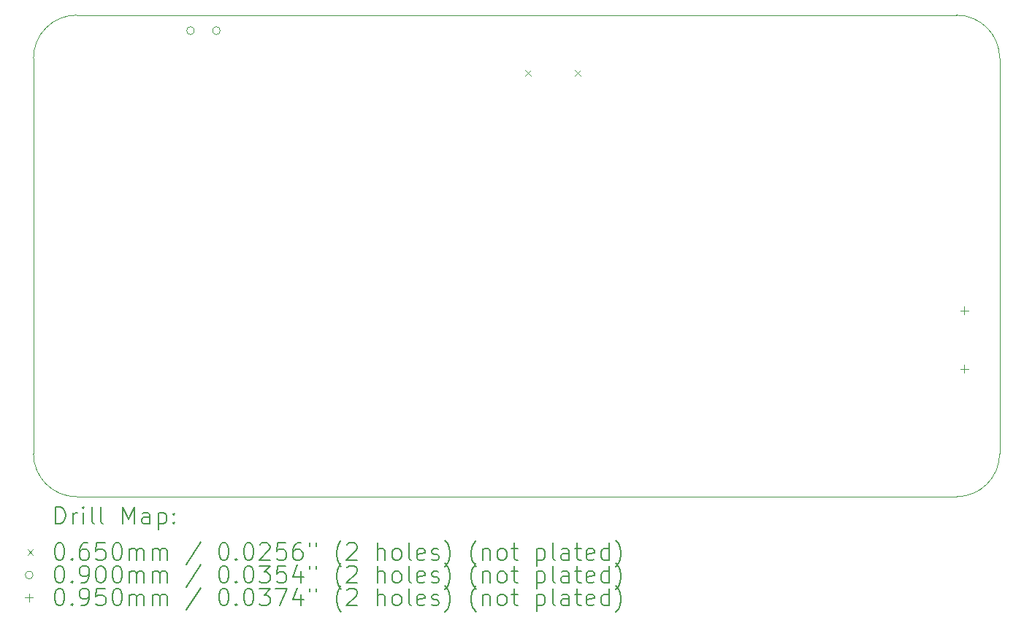
<source format=gbr>
%TF.GenerationSoftware,KiCad,Pcbnew,8.0.0*%
%TF.CreationDate,2024-03-25T15:19:07-04:00*%
%TF.ProjectId,ecg_board,6563675f-626f-4617-9264-2e6b69636164,rev?*%
%TF.SameCoordinates,Original*%
%TF.FileFunction,Drillmap*%
%TF.FilePolarity,Positive*%
%FSLAX45Y45*%
G04 Gerber Fmt 4.5, Leading zero omitted, Abs format (unit mm)*
G04 Created by KiCad (PCBNEW 8.0.0) date 2024-03-25 15:19:07*
%MOMM*%
%LPD*%
G01*
G04 APERTURE LIST*
%ADD10C,0.100000*%
%ADD11C,0.200000*%
G04 APERTURE END LIST*
D10*
X9470000Y-11460000D02*
G75*
G02*
X8970000Y-10960000I0J500000D01*
G01*
X9470000Y-5870000D02*
X19670000Y-5870000D01*
X20170000Y-6370000D02*
X20170000Y-10960000D01*
X19670000Y-5870000D02*
G75*
G02*
X20170000Y-6370000I0J-500000D01*
G01*
X8970000Y-6370000D02*
G75*
G02*
X9470000Y-5870000I500000J0D01*
G01*
X8970000Y-10960000D02*
X8970000Y-6370000D01*
X19670000Y-11460000D02*
X9470000Y-11460000D01*
X20170000Y-10960000D02*
G75*
G02*
X19670000Y-11460000I-500000J0D01*
G01*
D11*
D10*
X14671000Y-6510000D02*
X14736000Y-6575000D01*
X14736000Y-6510000D02*
X14671000Y-6575000D01*
X15249000Y-6510000D02*
X15314000Y-6575000D01*
X15314000Y-6510000D02*
X15249000Y-6575000D01*
X10835000Y-6050000D02*
G75*
G02*
X10745000Y-6050000I-45000J0D01*
G01*
X10745000Y-6050000D02*
G75*
G02*
X10835000Y-6050000I45000J0D01*
G01*
X11135000Y-6050000D02*
G75*
G02*
X11045000Y-6050000I-45000J0D01*
G01*
X11045000Y-6050000D02*
G75*
G02*
X11135000Y-6050000I45000J0D01*
G01*
X19761750Y-9250000D02*
X19761750Y-9345000D01*
X19714250Y-9297500D02*
X19809250Y-9297500D01*
X19761750Y-9930000D02*
X19761750Y-10025000D01*
X19714250Y-9977500D02*
X19809250Y-9977500D01*
D11*
X9225777Y-11776484D02*
X9225777Y-11576484D01*
X9225777Y-11576484D02*
X9273396Y-11576484D01*
X9273396Y-11576484D02*
X9301967Y-11586008D01*
X9301967Y-11586008D02*
X9321015Y-11605055D01*
X9321015Y-11605055D02*
X9330539Y-11624103D01*
X9330539Y-11624103D02*
X9340063Y-11662198D01*
X9340063Y-11662198D02*
X9340063Y-11690769D01*
X9340063Y-11690769D02*
X9330539Y-11728865D01*
X9330539Y-11728865D02*
X9321015Y-11747912D01*
X9321015Y-11747912D02*
X9301967Y-11766960D01*
X9301967Y-11766960D02*
X9273396Y-11776484D01*
X9273396Y-11776484D02*
X9225777Y-11776484D01*
X9425777Y-11776484D02*
X9425777Y-11643150D01*
X9425777Y-11681246D02*
X9435301Y-11662198D01*
X9435301Y-11662198D02*
X9444824Y-11652674D01*
X9444824Y-11652674D02*
X9463872Y-11643150D01*
X9463872Y-11643150D02*
X9482920Y-11643150D01*
X9549586Y-11776484D02*
X9549586Y-11643150D01*
X9549586Y-11576484D02*
X9540063Y-11586008D01*
X9540063Y-11586008D02*
X9549586Y-11595531D01*
X9549586Y-11595531D02*
X9559110Y-11586008D01*
X9559110Y-11586008D02*
X9549586Y-11576484D01*
X9549586Y-11576484D02*
X9549586Y-11595531D01*
X9673396Y-11776484D02*
X9654348Y-11766960D01*
X9654348Y-11766960D02*
X9644824Y-11747912D01*
X9644824Y-11747912D02*
X9644824Y-11576484D01*
X9778158Y-11776484D02*
X9759110Y-11766960D01*
X9759110Y-11766960D02*
X9749586Y-11747912D01*
X9749586Y-11747912D02*
X9749586Y-11576484D01*
X10006729Y-11776484D02*
X10006729Y-11576484D01*
X10006729Y-11576484D02*
X10073396Y-11719341D01*
X10073396Y-11719341D02*
X10140063Y-11576484D01*
X10140063Y-11576484D02*
X10140063Y-11776484D01*
X10321015Y-11776484D02*
X10321015Y-11671722D01*
X10321015Y-11671722D02*
X10311491Y-11652674D01*
X10311491Y-11652674D02*
X10292444Y-11643150D01*
X10292444Y-11643150D02*
X10254348Y-11643150D01*
X10254348Y-11643150D02*
X10235301Y-11652674D01*
X10321015Y-11766960D02*
X10301967Y-11776484D01*
X10301967Y-11776484D02*
X10254348Y-11776484D01*
X10254348Y-11776484D02*
X10235301Y-11766960D01*
X10235301Y-11766960D02*
X10225777Y-11747912D01*
X10225777Y-11747912D02*
X10225777Y-11728865D01*
X10225777Y-11728865D02*
X10235301Y-11709817D01*
X10235301Y-11709817D02*
X10254348Y-11700293D01*
X10254348Y-11700293D02*
X10301967Y-11700293D01*
X10301967Y-11700293D02*
X10321015Y-11690769D01*
X10416253Y-11643150D02*
X10416253Y-11843150D01*
X10416253Y-11652674D02*
X10435301Y-11643150D01*
X10435301Y-11643150D02*
X10473396Y-11643150D01*
X10473396Y-11643150D02*
X10492444Y-11652674D01*
X10492444Y-11652674D02*
X10501967Y-11662198D01*
X10501967Y-11662198D02*
X10511491Y-11681246D01*
X10511491Y-11681246D02*
X10511491Y-11738388D01*
X10511491Y-11738388D02*
X10501967Y-11757436D01*
X10501967Y-11757436D02*
X10492444Y-11766960D01*
X10492444Y-11766960D02*
X10473396Y-11776484D01*
X10473396Y-11776484D02*
X10435301Y-11776484D01*
X10435301Y-11776484D02*
X10416253Y-11766960D01*
X10597205Y-11757436D02*
X10606729Y-11766960D01*
X10606729Y-11766960D02*
X10597205Y-11776484D01*
X10597205Y-11776484D02*
X10587682Y-11766960D01*
X10587682Y-11766960D02*
X10597205Y-11757436D01*
X10597205Y-11757436D02*
X10597205Y-11776484D01*
X10597205Y-11652674D02*
X10606729Y-11662198D01*
X10606729Y-11662198D02*
X10597205Y-11671722D01*
X10597205Y-11671722D02*
X10587682Y-11662198D01*
X10587682Y-11662198D02*
X10597205Y-11652674D01*
X10597205Y-11652674D02*
X10597205Y-11671722D01*
D10*
X8900000Y-12072500D02*
X8965000Y-12137500D01*
X8965000Y-12072500D02*
X8900000Y-12137500D01*
D11*
X9263872Y-11996484D02*
X9282920Y-11996484D01*
X9282920Y-11996484D02*
X9301967Y-12006008D01*
X9301967Y-12006008D02*
X9311491Y-12015531D01*
X9311491Y-12015531D02*
X9321015Y-12034579D01*
X9321015Y-12034579D02*
X9330539Y-12072674D01*
X9330539Y-12072674D02*
X9330539Y-12120293D01*
X9330539Y-12120293D02*
X9321015Y-12158388D01*
X9321015Y-12158388D02*
X9311491Y-12177436D01*
X9311491Y-12177436D02*
X9301967Y-12186960D01*
X9301967Y-12186960D02*
X9282920Y-12196484D01*
X9282920Y-12196484D02*
X9263872Y-12196484D01*
X9263872Y-12196484D02*
X9244824Y-12186960D01*
X9244824Y-12186960D02*
X9235301Y-12177436D01*
X9235301Y-12177436D02*
X9225777Y-12158388D01*
X9225777Y-12158388D02*
X9216253Y-12120293D01*
X9216253Y-12120293D02*
X9216253Y-12072674D01*
X9216253Y-12072674D02*
X9225777Y-12034579D01*
X9225777Y-12034579D02*
X9235301Y-12015531D01*
X9235301Y-12015531D02*
X9244824Y-12006008D01*
X9244824Y-12006008D02*
X9263872Y-11996484D01*
X9416253Y-12177436D02*
X9425777Y-12186960D01*
X9425777Y-12186960D02*
X9416253Y-12196484D01*
X9416253Y-12196484D02*
X9406729Y-12186960D01*
X9406729Y-12186960D02*
X9416253Y-12177436D01*
X9416253Y-12177436D02*
X9416253Y-12196484D01*
X9597205Y-11996484D02*
X9559110Y-11996484D01*
X9559110Y-11996484D02*
X9540063Y-12006008D01*
X9540063Y-12006008D02*
X9530539Y-12015531D01*
X9530539Y-12015531D02*
X9511491Y-12044103D01*
X9511491Y-12044103D02*
X9501967Y-12082198D01*
X9501967Y-12082198D02*
X9501967Y-12158388D01*
X9501967Y-12158388D02*
X9511491Y-12177436D01*
X9511491Y-12177436D02*
X9521015Y-12186960D01*
X9521015Y-12186960D02*
X9540063Y-12196484D01*
X9540063Y-12196484D02*
X9578158Y-12196484D01*
X9578158Y-12196484D02*
X9597205Y-12186960D01*
X9597205Y-12186960D02*
X9606729Y-12177436D01*
X9606729Y-12177436D02*
X9616253Y-12158388D01*
X9616253Y-12158388D02*
X9616253Y-12110769D01*
X9616253Y-12110769D02*
X9606729Y-12091722D01*
X9606729Y-12091722D02*
X9597205Y-12082198D01*
X9597205Y-12082198D02*
X9578158Y-12072674D01*
X9578158Y-12072674D02*
X9540063Y-12072674D01*
X9540063Y-12072674D02*
X9521015Y-12082198D01*
X9521015Y-12082198D02*
X9511491Y-12091722D01*
X9511491Y-12091722D02*
X9501967Y-12110769D01*
X9797205Y-11996484D02*
X9701967Y-11996484D01*
X9701967Y-11996484D02*
X9692444Y-12091722D01*
X9692444Y-12091722D02*
X9701967Y-12082198D01*
X9701967Y-12082198D02*
X9721015Y-12072674D01*
X9721015Y-12072674D02*
X9768634Y-12072674D01*
X9768634Y-12072674D02*
X9787682Y-12082198D01*
X9787682Y-12082198D02*
X9797205Y-12091722D01*
X9797205Y-12091722D02*
X9806729Y-12110769D01*
X9806729Y-12110769D02*
X9806729Y-12158388D01*
X9806729Y-12158388D02*
X9797205Y-12177436D01*
X9797205Y-12177436D02*
X9787682Y-12186960D01*
X9787682Y-12186960D02*
X9768634Y-12196484D01*
X9768634Y-12196484D02*
X9721015Y-12196484D01*
X9721015Y-12196484D02*
X9701967Y-12186960D01*
X9701967Y-12186960D02*
X9692444Y-12177436D01*
X9930539Y-11996484D02*
X9949586Y-11996484D01*
X9949586Y-11996484D02*
X9968634Y-12006008D01*
X9968634Y-12006008D02*
X9978158Y-12015531D01*
X9978158Y-12015531D02*
X9987682Y-12034579D01*
X9987682Y-12034579D02*
X9997205Y-12072674D01*
X9997205Y-12072674D02*
X9997205Y-12120293D01*
X9997205Y-12120293D02*
X9987682Y-12158388D01*
X9987682Y-12158388D02*
X9978158Y-12177436D01*
X9978158Y-12177436D02*
X9968634Y-12186960D01*
X9968634Y-12186960D02*
X9949586Y-12196484D01*
X9949586Y-12196484D02*
X9930539Y-12196484D01*
X9930539Y-12196484D02*
X9911491Y-12186960D01*
X9911491Y-12186960D02*
X9901967Y-12177436D01*
X9901967Y-12177436D02*
X9892444Y-12158388D01*
X9892444Y-12158388D02*
X9882920Y-12120293D01*
X9882920Y-12120293D02*
X9882920Y-12072674D01*
X9882920Y-12072674D02*
X9892444Y-12034579D01*
X9892444Y-12034579D02*
X9901967Y-12015531D01*
X9901967Y-12015531D02*
X9911491Y-12006008D01*
X9911491Y-12006008D02*
X9930539Y-11996484D01*
X10082920Y-12196484D02*
X10082920Y-12063150D01*
X10082920Y-12082198D02*
X10092444Y-12072674D01*
X10092444Y-12072674D02*
X10111491Y-12063150D01*
X10111491Y-12063150D02*
X10140063Y-12063150D01*
X10140063Y-12063150D02*
X10159110Y-12072674D01*
X10159110Y-12072674D02*
X10168634Y-12091722D01*
X10168634Y-12091722D02*
X10168634Y-12196484D01*
X10168634Y-12091722D02*
X10178158Y-12072674D01*
X10178158Y-12072674D02*
X10197205Y-12063150D01*
X10197205Y-12063150D02*
X10225777Y-12063150D01*
X10225777Y-12063150D02*
X10244825Y-12072674D01*
X10244825Y-12072674D02*
X10254348Y-12091722D01*
X10254348Y-12091722D02*
X10254348Y-12196484D01*
X10349586Y-12196484D02*
X10349586Y-12063150D01*
X10349586Y-12082198D02*
X10359110Y-12072674D01*
X10359110Y-12072674D02*
X10378158Y-12063150D01*
X10378158Y-12063150D02*
X10406729Y-12063150D01*
X10406729Y-12063150D02*
X10425777Y-12072674D01*
X10425777Y-12072674D02*
X10435301Y-12091722D01*
X10435301Y-12091722D02*
X10435301Y-12196484D01*
X10435301Y-12091722D02*
X10444825Y-12072674D01*
X10444825Y-12072674D02*
X10463872Y-12063150D01*
X10463872Y-12063150D02*
X10492444Y-12063150D01*
X10492444Y-12063150D02*
X10511491Y-12072674D01*
X10511491Y-12072674D02*
X10521015Y-12091722D01*
X10521015Y-12091722D02*
X10521015Y-12196484D01*
X10911491Y-11986960D02*
X10740063Y-12244103D01*
X11168634Y-11996484D02*
X11187682Y-11996484D01*
X11187682Y-11996484D02*
X11206729Y-12006008D01*
X11206729Y-12006008D02*
X11216253Y-12015531D01*
X11216253Y-12015531D02*
X11225777Y-12034579D01*
X11225777Y-12034579D02*
X11235301Y-12072674D01*
X11235301Y-12072674D02*
X11235301Y-12120293D01*
X11235301Y-12120293D02*
X11225777Y-12158388D01*
X11225777Y-12158388D02*
X11216253Y-12177436D01*
X11216253Y-12177436D02*
X11206729Y-12186960D01*
X11206729Y-12186960D02*
X11187682Y-12196484D01*
X11187682Y-12196484D02*
X11168634Y-12196484D01*
X11168634Y-12196484D02*
X11149587Y-12186960D01*
X11149587Y-12186960D02*
X11140063Y-12177436D01*
X11140063Y-12177436D02*
X11130539Y-12158388D01*
X11130539Y-12158388D02*
X11121015Y-12120293D01*
X11121015Y-12120293D02*
X11121015Y-12072674D01*
X11121015Y-12072674D02*
X11130539Y-12034579D01*
X11130539Y-12034579D02*
X11140063Y-12015531D01*
X11140063Y-12015531D02*
X11149587Y-12006008D01*
X11149587Y-12006008D02*
X11168634Y-11996484D01*
X11321015Y-12177436D02*
X11330539Y-12186960D01*
X11330539Y-12186960D02*
X11321015Y-12196484D01*
X11321015Y-12196484D02*
X11311491Y-12186960D01*
X11311491Y-12186960D02*
X11321015Y-12177436D01*
X11321015Y-12177436D02*
X11321015Y-12196484D01*
X11454348Y-11996484D02*
X11473396Y-11996484D01*
X11473396Y-11996484D02*
X11492444Y-12006008D01*
X11492444Y-12006008D02*
X11501967Y-12015531D01*
X11501967Y-12015531D02*
X11511491Y-12034579D01*
X11511491Y-12034579D02*
X11521015Y-12072674D01*
X11521015Y-12072674D02*
X11521015Y-12120293D01*
X11521015Y-12120293D02*
X11511491Y-12158388D01*
X11511491Y-12158388D02*
X11501967Y-12177436D01*
X11501967Y-12177436D02*
X11492444Y-12186960D01*
X11492444Y-12186960D02*
X11473396Y-12196484D01*
X11473396Y-12196484D02*
X11454348Y-12196484D01*
X11454348Y-12196484D02*
X11435301Y-12186960D01*
X11435301Y-12186960D02*
X11425777Y-12177436D01*
X11425777Y-12177436D02*
X11416253Y-12158388D01*
X11416253Y-12158388D02*
X11406729Y-12120293D01*
X11406729Y-12120293D02*
X11406729Y-12072674D01*
X11406729Y-12072674D02*
X11416253Y-12034579D01*
X11416253Y-12034579D02*
X11425777Y-12015531D01*
X11425777Y-12015531D02*
X11435301Y-12006008D01*
X11435301Y-12006008D02*
X11454348Y-11996484D01*
X11597206Y-12015531D02*
X11606729Y-12006008D01*
X11606729Y-12006008D02*
X11625777Y-11996484D01*
X11625777Y-11996484D02*
X11673396Y-11996484D01*
X11673396Y-11996484D02*
X11692444Y-12006008D01*
X11692444Y-12006008D02*
X11701967Y-12015531D01*
X11701967Y-12015531D02*
X11711491Y-12034579D01*
X11711491Y-12034579D02*
X11711491Y-12053627D01*
X11711491Y-12053627D02*
X11701967Y-12082198D01*
X11701967Y-12082198D02*
X11587682Y-12196484D01*
X11587682Y-12196484D02*
X11711491Y-12196484D01*
X11892444Y-11996484D02*
X11797206Y-11996484D01*
X11797206Y-11996484D02*
X11787682Y-12091722D01*
X11787682Y-12091722D02*
X11797206Y-12082198D01*
X11797206Y-12082198D02*
X11816253Y-12072674D01*
X11816253Y-12072674D02*
X11863872Y-12072674D01*
X11863872Y-12072674D02*
X11882920Y-12082198D01*
X11882920Y-12082198D02*
X11892444Y-12091722D01*
X11892444Y-12091722D02*
X11901967Y-12110769D01*
X11901967Y-12110769D02*
X11901967Y-12158388D01*
X11901967Y-12158388D02*
X11892444Y-12177436D01*
X11892444Y-12177436D02*
X11882920Y-12186960D01*
X11882920Y-12186960D02*
X11863872Y-12196484D01*
X11863872Y-12196484D02*
X11816253Y-12196484D01*
X11816253Y-12196484D02*
X11797206Y-12186960D01*
X11797206Y-12186960D02*
X11787682Y-12177436D01*
X12073396Y-11996484D02*
X12035301Y-11996484D01*
X12035301Y-11996484D02*
X12016253Y-12006008D01*
X12016253Y-12006008D02*
X12006729Y-12015531D01*
X12006729Y-12015531D02*
X11987682Y-12044103D01*
X11987682Y-12044103D02*
X11978158Y-12082198D01*
X11978158Y-12082198D02*
X11978158Y-12158388D01*
X11978158Y-12158388D02*
X11987682Y-12177436D01*
X11987682Y-12177436D02*
X11997206Y-12186960D01*
X11997206Y-12186960D02*
X12016253Y-12196484D01*
X12016253Y-12196484D02*
X12054348Y-12196484D01*
X12054348Y-12196484D02*
X12073396Y-12186960D01*
X12073396Y-12186960D02*
X12082920Y-12177436D01*
X12082920Y-12177436D02*
X12092444Y-12158388D01*
X12092444Y-12158388D02*
X12092444Y-12110769D01*
X12092444Y-12110769D02*
X12082920Y-12091722D01*
X12082920Y-12091722D02*
X12073396Y-12082198D01*
X12073396Y-12082198D02*
X12054348Y-12072674D01*
X12054348Y-12072674D02*
X12016253Y-12072674D01*
X12016253Y-12072674D02*
X11997206Y-12082198D01*
X11997206Y-12082198D02*
X11987682Y-12091722D01*
X11987682Y-12091722D02*
X11978158Y-12110769D01*
X12168634Y-11996484D02*
X12168634Y-12034579D01*
X12244825Y-11996484D02*
X12244825Y-12034579D01*
X12540063Y-12272674D02*
X12530539Y-12263150D01*
X12530539Y-12263150D02*
X12511491Y-12234579D01*
X12511491Y-12234579D02*
X12501968Y-12215531D01*
X12501968Y-12215531D02*
X12492444Y-12186960D01*
X12492444Y-12186960D02*
X12482920Y-12139341D01*
X12482920Y-12139341D02*
X12482920Y-12101246D01*
X12482920Y-12101246D02*
X12492444Y-12053627D01*
X12492444Y-12053627D02*
X12501968Y-12025055D01*
X12501968Y-12025055D02*
X12511491Y-12006008D01*
X12511491Y-12006008D02*
X12530539Y-11977436D01*
X12530539Y-11977436D02*
X12540063Y-11967912D01*
X12606729Y-12015531D02*
X12616253Y-12006008D01*
X12616253Y-12006008D02*
X12635301Y-11996484D01*
X12635301Y-11996484D02*
X12682920Y-11996484D01*
X12682920Y-11996484D02*
X12701968Y-12006008D01*
X12701968Y-12006008D02*
X12711491Y-12015531D01*
X12711491Y-12015531D02*
X12721015Y-12034579D01*
X12721015Y-12034579D02*
X12721015Y-12053627D01*
X12721015Y-12053627D02*
X12711491Y-12082198D01*
X12711491Y-12082198D02*
X12597206Y-12196484D01*
X12597206Y-12196484D02*
X12721015Y-12196484D01*
X12959110Y-12196484D02*
X12959110Y-11996484D01*
X13044825Y-12196484D02*
X13044825Y-12091722D01*
X13044825Y-12091722D02*
X13035301Y-12072674D01*
X13035301Y-12072674D02*
X13016253Y-12063150D01*
X13016253Y-12063150D02*
X12987682Y-12063150D01*
X12987682Y-12063150D02*
X12968634Y-12072674D01*
X12968634Y-12072674D02*
X12959110Y-12082198D01*
X13168634Y-12196484D02*
X13149587Y-12186960D01*
X13149587Y-12186960D02*
X13140063Y-12177436D01*
X13140063Y-12177436D02*
X13130539Y-12158388D01*
X13130539Y-12158388D02*
X13130539Y-12101246D01*
X13130539Y-12101246D02*
X13140063Y-12082198D01*
X13140063Y-12082198D02*
X13149587Y-12072674D01*
X13149587Y-12072674D02*
X13168634Y-12063150D01*
X13168634Y-12063150D02*
X13197206Y-12063150D01*
X13197206Y-12063150D02*
X13216253Y-12072674D01*
X13216253Y-12072674D02*
X13225777Y-12082198D01*
X13225777Y-12082198D02*
X13235301Y-12101246D01*
X13235301Y-12101246D02*
X13235301Y-12158388D01*
X13235301Y-12158388D02*
X13225777Y-12177436D01*
X13225777Y-12177436D02*
X13216253Y-12186960D01*
X13216253Y-12186960D02*
X13197206Y-12196484D01*
X13197206Y-12196484D02*
X13168634Y-12196484D01*
X13349587Y-12196484D02*
X13330539Y-12186960D01*
X13330539Y-12186960D02*
X13321015Y-12167912D01*
X13321015Y-12167912D02*
X13321015Y-11996484D01*
X13501968Y-12186960D02*
X13482920Y-12196484D01*
X13482920Y-12196484D02*
X13444825Y-12196484D01*
X13444825Y-12196484D02*
X13425777Y-12186960D01*
X13425777Y-12186960D02*
X13416253Y-12167912D01*
X13416253Y-12167912D02*
X13416253Y-12091722D01*
X13416253Y-12091722D02*
X13425777Y-12072674D01*
X13425777Y-12072674D02*
X13444825Y-12063150D01*
X13444825Y-12063150D02*
X13482920Y-12063150D01*
X13482920Y-12063150D02*
X13501968Y-12072674D01*
X13501968Y-12072674D02*
X13511491Y-12091722D01*
X13511491Y-12091722D02*
X13511491Y-12110769D01*
X13511491Y-12110769D02*
X13416253Y-12129817D01*
X13587682Y-12186960D02*
X13606730Y-12196484D01*
X13606730Y-12196484D02*
X13644825Y-12196484D01*
X13644825Y-12196484D02*
X13663872Y-12186960D01*
X13663872Y-12186960D02*
X13673396Y-12167912D01*
X13673396Y-12167912D02*
X13673396Y-12158388D01*
X13673396Y-12158388D02*
X13663872Y-12139341D01*
X13663872Y-12139341D02*
X13644825Y-12129817D01*
X13644825Y-12129817D02*
X13616253Y-12129817D01*
X13616253Y-12129817D02*
X13597206Y-12120293D01*
X13597206Y-12120293D02*
X13587682Y-12101246D01*
X13587682Y-12101246D02*
X13587682Y-12091722D01*
X13587682Y-12091722D02*
X13597206Y-12072674D01*
X13597206Y-12072674D02*
X13616253Y-12063150D01*
X13616253Y-12063150D02*
X13644825Y-12063150D01*
X13644825Y-12063150D02*
X13663872Y-12072674D01*
X13740063Y-12272674D02*
X13749587Y-12263150D01*
X13749587Y-12263150D02*
X13768634Y-12234579D01*
X13768634Y-12234579D02*
X13778158Y-12215531D01*
X13778158Y-12215531D02*
X13787682Y-12186960D01*
X13787682Y-12186960D02*
X13797206Y-12139341D01*
X13797206Y-12139341D02*
X13797206Y-12101246D01*
X13797206Y-12101246D02*
X13787682Y-12053627D01*
X13787682Y-12053627D02*
X13778158Y-12025055D01*
X13778158Y-12025055D02*
X13768634Y-12006008D01*
X13768634Y-12006008D02*
X13749587Y-11977436D01*
X13749587Y-11977436D02*
X13740063Y-11967912D01*
X14101968Y-12272674D02*
X14092444Y-12263150D01*
X14092444Y-12263150D02*
X14073396Y-12234579D01*
X14073396Y-12234579D02*
X14063872Y-12215531D01*
X14063872Y-12215531D02*
X14054349Y-12186960D01*
X14054349Y-12186960D02*
X14044825Y-12139341D01*
X14044825Y-12139341D02*
X14044825Y-12101246D01*
X14044825Y-12101246D02*
X14054349Y-12053627D01*
X14054349Y-12053627D02*
X14063872Y-12025055D01*
X14063872Y-12025055D02*
X14073396Y-12006008D01*
X14073396Y-12006008D02*
X14092444Y-11977436D01*
X14092444Y-11977436D02*
X14101968Y-11967912D01*
X14178158Y-12063150D02*
X14178158Y-12196484D01*
X14178158Y-12082198D02*
X14187682Y-12072674D01*
X14187682Y-12072674D02*
X14206730Y-12063150D01*
X14206730Y-12063150D02*
X14235301Y-12063150D01*
X14235301Y-12063150D02*
X14254349Y-12072674D01*
X14254349Y-12072674D02*
X14263872Y-12091722D01*
X14263872Y-12091722D02*
X14263872Y-12196484D01*
X14387682Y-12196484D02*
X14368634Y-12186960D01*
X14368634Y-12186960D02*
X14359111Y-12177436D01*
X14359111Y-12177436D02*
X14349587Y-12158388D01*
X14349587Y-12158388D02*
X14349587Y-12101246D01*
X14349587Y-12101246D02*
X14359111Y-12082198D01*
X14359111Y-12082198D02*
X14368634Y-12072674D01*
X14368634Y-12072674D02*
X14387682Y-12063150D01*
X14387682Y-12063150D02*
X14416253Y-12063150D01*
X14416253Y-12063150D02*
X14435301Y-12072674D01*
X14435301Y-12072674D02*
X14444825Y-12082198D01*
X14444825Y-12082198D02*
X14454349Y-12101246D01*
X14454349Y-12101246D02*
X14454349Y-12158388D01*
X14454349Y-12158388D02*
X14444825Y-12177436D01*
X14444825Y-12177436D02*
X14435301Y-12186960D01*
X14435301Y-12186960D02*
X14416253Y-12196484D01*
X14416253Y-12196484D02*
X14387682Y-12196484D01*
X14511492Y-12063150D02*
X14587682Y-12063150D01*
X14540063Y-11996484D02*
X14540063Y-12167912D01*
X14540063Y-12167912D02*
X14549587Y-12186960D01*
X14549587Y-12186960D02*
X14568634Y-12196484D01*
X14568634Y-12196484D02*
X14587682Y-12196484D01*
X14806730Y-12063150D02*
X14806730Y-12263150D01*
X14806730Y-12072674D02*
X14825777Y-12063150D01*
X14825777Y-12063150D02*
X14863873Y-12063150D01*
X14863873Y-12063150D02*
X14882920Y-12072674D01*
X14882920Y-12072674D02*
X14892444Y-12082198D01*
X14892444Y-12082198D02*
X14901968Y-12101246D01*
X14901968Y-12101246D02*
X14901968Y-12158388D01*
X14901968Y-12158388D02*
X14892444Y-12177436D01*
X14892444Y-12177436D02*
X14882920Y-12186960D01*
X14882920Y-12186960D02*
X14863873Y-12196484D01*
X14863873Y-12196484D02*
X14825777Y-12196484D01*
X14825777Y-12196484D02*
X14806730Y-12186960D01*
X15016253Y-12196484D02*
X14997206Y-12186960D01*
X14997206Y-12186960D02*
X14987682Y-12167912D01*
X14987682Y-12167912D02*
X14987682Y-11996484D01*
X15178158Y-12196484D02*
X15178158Y-12091722D01*
X15178158Y-12091722D02*
X15168634Y-12072674D01*
X15168634Y-12072674D02*
X15149587Y-12063150D01*
X15149587Y-12063150D02*
X15111492Y-12063150D01*
X15111492Y-12063150D02*
X15092444Y-12072674D01*
X15178158Y-12186960D02*
X15159111Y-12196484D01*
X15159111Y-12196484D02*
X15111492Y-12196484D01*
X15111492Y-12196484D02*
X15092444Y-12186960D01*
X15092444Y-12186960D02*
X15082920Y-12167912D01*
X15082920Y-12167912D02*
X15082920Y-12148865D01*
X15082920Y-12148865D02*
X15092444Y-12129817D01*
X15092444Y-12129817D02*
X15111492Y-12120293D01*
X15111492Y-12120293D02*
X15159111Y-12120293D01*
X15159111Y-12120293D02*
X15178158Y-12110769D01*
X15244825Y-12063150D02*
X15321015Y-12063150D01*
X15273396Y-11996484D02*
X15273396Y-12167912D01*
X15273396Y-12167912D02*
X15282920Y-12186960D01*
X15282920Y-12186960D02*
X15301968Y-12196484D01*
X15301968Y-12196484D02*
X15321015Y-12196484D01*
X15463873Y-12186960D02*
X15444825Y-12196484D01*
X15444825Y-12196484D02*
X15406730Y-12196484D01*
X15406730Y-12196484D02*
X15387682Y-12186960D01*
X15387682Y-12186960D02*
X15378158Y-12167912D01*
X15378158Y-12167912D02*
X15378158Y-12091722D01*
X15378158Y-12091722D02*
X15387682Y-12072674D01*
X15387682Y-12072674D02*
X15406730Y-12063150D01*
X15406730Y-12063150D02*
X15444825Y-12063150D01*
X15444825Y-12063150D02*
X15463873Y-12072674D01*
X15463873Y-12072674D02*
X15473396Y-12091722D01*
X15473396Y-12091722D02*
X15473396Y-12110769D01*
X15473396Y-12110769D02*
X15378158Y-12129817D01*
X15644825Y-12196484D02*
X15644825Y-11996484D01*
X15644825Y-12186960D02*
X15625777Y-12196484D01*
X15625777Y-12196484D02*
X15587682Y-12196484D01*
X15587682Y-12196484D02*
X15568634Y-12186960D01*
X15568634Y-12186960D02*
X15559111Y-12177436D01*
X15559111Y-12177436D02*
X15549587Y-12158388D01*
X15549587Y-12158388D02*
X15549587Y-12101246D01*
X15549587Y-12101246D02*
X15559111Y-12082198D01*
X15559111Y-12082198D02*
X15568634Y-12072674D01*
X15568634Y-12072674D02*
X15587682Y-12063150D01*
X15587682Y-12063150D02*
X15625777Y-12063150D01*
X15625777Y-12063150D02*
X15644825Y-12072674D01*
X15721015Y-12272674D02*
X15730539Y-12263150D01*
X15730539Y-12263150D02*
X15749587Y-12234579D01*
X15749587Y-12234579D02*
X15759111Y-12215531D01*
X15759111Y-12215531D02*
X15768634Y-12186960D01*
X15768634Y-12186960D02*
X15778158Y-12139341D01*
X15778158Y-12139341D02*
X15778158Y-12101246D01*
X15778158Y-12101246D02*
X15768634Y-12053627D01*
X15768634Y-12053627D02*
X15759111Y-12025055D01*
X15759111Y-12025055D02*
X15749587Y-12006008D01*
X15749587Y-12006008D02*
X15730539Y-11977436D01*
X15730539Y-11977436D02*
X15721015Y-11967912D01*
D10*
X8965000Y-12369000D02*
G75*
G02*
X8875000Y-12369000I-45000J0D01*
G01*
X8875000Y-12369000D02*
G75*
G02*
X8965000Y-12369000I45000J0D01*
G01*
D11*
X9263872Y-12260484D02*
X9282920Y-12260484D01*
X9282920Y-12260484D02*
X9301967Y-12270008D01*
X9301967Y-12270008D02*
X9311491Y-12279531D01*
X9311491Y-12279531D02*
X9321015Y-12298579D01*
X9321015Y-12298579D02*
X9330539Y-12336674D01*
X9330539Y-12336674D02*
X9330539Y-12384293D01*
X9330539Y-12384293D02*
X9321015Y-12422388D01*
X9321015Y-12422388D02*
X9311491Y-12441436D01*
X9311491Y-12441436D02*
X9301967Y-12450960D01*
X9301967Y-12450960D02*
X9282920Y-12460484D01*
X9282920Y-12460484D02*
X9263872Y-12460484D01*
X9263872Y-12460484D02*
X9244824Y-12450960D01*
X9244824Y-12450960D02*
X9235301Y-12441436D01*
X9235301Y-12441436D02*
X9225777Y-12422388D01*
X9225777Y-12422388D02*
X9216253Y-12384293D01*
X9216253Y-12384293D02*
X9216253Y-12336674D01*
X9216253Y-12336674D02*
X9225777Y-12298579D01*
X9225777Y-12298579D02*
X9235301Y-12279531D01*
X9235301Y-12279531D02*
X9244824Y-12270008D01*
X9244824Y-12270008D02*
X9263872Y-12260484D01*
X9416253Y-12441436D02*
X9425777Y-12450960D01*
X9425777Y-12450960D02*
X9416253Y-12460484D01*
X9416253Y-12460484D02*
X9406729Y-12450960D01*
X9406729Y-12450960D02*
X9416253Y-12441436D01*
X9416253Y-12441436D02*
X9416253Y-12460484D01*
X9521015Y-12460484D02*
X9559110Y-12460484D01*
X9559110Y-12460484D02*
X9578158Y-12450960D01*
X9578158Y-12450960D02*
X9587682Y-12441436D01*
X9587682Y-12441436D02*
X9606729Y-12412865D01*
X9606729Y-12412865D02*
X9616253Y-12374769D01*
X9616253Y-12374769D02*
X9616253Y-12298579D01*
X9616253Y-12298579D02*
X9606729Y-12279531D01*
X9606729Y-12279531D02*
X9597205Y-12270008D01*
X9597205Y-12270008D02*
X9578158Y-12260484D01*
X9578158Y-12260484D02*
X9540063Y-12260484D01*
X9540063Y-12260484D02*
X9521015Y-12270008D01*
X9521015Y-12270008D02*
X9511491Y-12279531D01*
X9511491Y-12279531D02*
X9501967Y-12298579D01*
X9501967Y-12298579D02*
X9501967Y-12346198D01*
X9501967Y-12346198D02*
X9511491Y-12365246D01*
X9511491Y-12365246D02*
X9521015Y-12374769D01*
X9521015Y-12374769D02*
X9540063Y-12384293D01*
X9540063Y-12384293D02*
X9578158Y-12384293D01*
X9578158Y-12384293D02*
X9597205Y-12374769D01*
X9597205Y-12374769D02*
X9606729Y-12365246D01*
X9606729Y-12365246D02*
X9616253Y-12346198D01*
X9740063Y-12260484D02*
X9759110Y-12260484D01*
X9759110Y-12260484D02*
X9778158Y-12270008D01*
X9778158Y-12270008D02*
X9787682Y-12279531D01*
X9787682Y-12279531D02*
X9797205Y-12298579D01*
X9797205Y-12298579D02*
X9806729Y-12336674D01*
X9806729Y-12336674D02*
X9806729Y-12384293D01*
X9806729Y-12384293D02*
X9797205Y-12422388D01*
X9797205Y-12422388D02*
X9787682Y-12441436D01*
X9787682Y-12441436D02*
X9778158Y-12450960D01*
X9778158Y-12450960D02*
X9759110Y-12460484D01*
X9759110Y-12460484D02*
X9740063Y-12460484D01*
X9740063Y-12460484D02*
X9721015Y-12450960D01*
X9721015Y-12450960D02*
X9711491Y-12441436D01*
X9711491Y-12441436D02*
X9701967Y-12422388D01*
X9701967Y-12422388D02*
X9692444Y-12384293D01*
X9692444Y-12384293D02*
X9692444Y-12336674D01*
X9692444Y-12336674D02*
X9701967Y-12298579D01*
X9701967Y-12298579D02*
X9711491Y-12279531D01*
X9711491Y-12279531D02*
X9721015Y-12270008D01*
X9721015Y-12270008D02*
X9740063Y-12260484D01*
X9930539Y-12260484D02*
X9949586Y-12260484D01*
X9949586Y-12260484D02*
X9968634Y-12270008D01*
X9968634Y-12270008D02*
X9978158Y-12279531D01*
X9978158Y-12279531D02*
X9987682Y-12298579D01*
X9987682Y-12298579D02*
X9997205Y-12336674D01*
X9997205Y-12336674D02*
X9997205Y-12384293D01*
X9997205Y-12384293D02*
X9987682Y-12422388D01*
X9987682Y-12422388D02*
X9978158Y-12441436D01*
X9978158Y-12441436D02*
X9968634Y-12450960D01*
X9968634Y-12450960D02*
X9949586Y-12460484D01*
X9949586Y-12460484D02*
X9930539Y-12460484D01*
X9930539Y-12460484D02*
X9911491Y-12450960D01*
X9911491Y-12450960D02*
X9901967Y-12441436D01*
X9901967Y-12441436D02*
X9892444Y-12422388D01*
X9892444Y-12422388D02*
X9882920Y-12384293D01*
X9882920Y-12384293D02*
X9882920Y-12336674D01*
X9882920Y-12336674D02*
X9892444Y-12298579D01*
X9892444Y-12298579D02*
X9901967Y-12279531D01*
X9901967Y-12279531D02*
X9911491Y-12270008D01*
X9911491Y-12270008D02*
X9930539Y-12260484D01*
X10082920Y-12460484D02*
X10082920Y-12327150D01*
X10082920Y-12346198D02*
X10092444Y-12336674D01*
X10092444Y-12336674D02*
X10111491Y-12327150D01*
X10111491Y-12327150D02*
X10140063Y-12327150D01*
X10140063Y-12327150D02*
X10159110Y-12336674D01*
X10159110Y-12336674D02*
X10168634Y-12355722D01*
X10168634Y-12355722D02*
X10168634Y-12460484D01*
X10168634Y-12355722D02*
X10178158Y-12336674D01*
X10178158Y-12336674D02*
X10197205Y-12327150D01*
X10197205Y-12327150D02*
X10225777Y-12327150D01*
X10225777Y-12327150D02*
X10244825Y-12336674D01*
X10244825Y-12336674D02*
X10254348Y-12355722D01*
X10254348Y-12355722D02*
X10254348Y-12460484D01*
X10349586Y-12460484D02*
X10349586Y-12327150D01*
X10349586Y-12346198D02*
X10359110Y-12336674D01*
X10359110Y-12336674D02*
X10378158Y-12327150D01*
X10378158Y-12327150D02*
X10406729Y-12327150D01*
X10406729Y-12327150D02*
X10425777Y-12336674D01*
X10425777Y-12336674D02*
X10435301Y-12355722D01*
X10435301Y-12355722D02*
X10435301Y-12460484D01*
X10435301Y-12355722D02*
X10444825Y-12336674D01*
X10444825Y-12336674D02*
X10463872Y-12327150D01*
X10463872Y-12327150D02*
X10492444Y-12327150D01*
X10492444Y-12327150D02*
X10511491Y-12336674D01*
X10511491Y-12336674D02*
X10521015Y-12355722D01*
X10521015Y-12355722D02*
X10521015Y-12460484D01*
X10911491Y-12250960D02*
X10740063Y-12508103D01*
X11168634Y-12260484D02*
X11187682Y-12260484D01*
X11187682Y-12260484D02*
X11206729Y-12270008D01*
X11206729Y-12270008D02*
X11216253Y-12279531D01*
X11216253Y-12279531D02*
X11225777Y-12298579D01*
X11225777Y-12298579D02*
X11235301Y-12336674D01*
X11235301Y-12336674D02*
X11235301Y-12384293D01*
X11235301Y-12384293D02*
X11225777Y-12422388D01*
X11225777Y-12422388D02*
X11216253Y-12441436D01*
X11216253Y-12441436D02*
X11206729Y-12450960D01*
X11206729Y-12450960D02*
X11187682Y-12460484D01*
X11187682Y-12460484D02*
X11168634Y-12460484D01*
X11168634Y-12460484D02*
X11149587Y-12450960D01*
X11149587Y-12450960D02*
X11140063Y-12441436D01*
X11140063Y-12441436D02*
X11130539Y-12422388D01*
X11130539Y-12422388D02*
X11121015Y-12384293D01*
X11121015Y-12384293D02*
X11121015Y-12336674D01*
X11121015Y-12336674D02*
X11130539Y-12298579D01*
X11130539Y-12298579D02*
X11140063Y-12279531D01*
X11140063Y-12279531D02*
X11149587Y-12270008D01*
X11149587Y-12270008D02*
X11168634Y-12260484D01*
X11321015Y-12441436D02*
X11330539Y-12450960D01*
X11330539Y-12450960D02*
X11321015Y-12460484D01*
X11321015Y-12460484D02*
X11311491Y-12450960D01*
X11311491Y-12450960D02*
X11321015Y-12441436D01*
X11321015Y-12441436D02*
X11321015Y-12460484D01*
X11454348Y-12260484D02*
X11473396Y-12260484D01*
X11473396Y-12260484D02*
X11492444Y-12270008D01*
X11492444Y-12270008D02*
X11501967Y-12279531D01*
X11501967Y-12279531D02*
X11511491Y-12298579D01*
X11511491Y-12298579D02*
X11521015Y-12336674D01*
X11521015Y-12336674D02*
X11521015Y-12384293D01*
X11521015Y-12384293D02*
X11511491Y-12422388D01*
X11511491Y-12422388D02*
X11501967Y-12441436D01*
X11501967Y-12441436D02*
X11492444Y-12450960D01*
X11492444Y-12450960D02*
X11473396Y-12460484D01*
X11473396Y-12460484D02*
X11454348Y-12460484D01*
X11454348Y-12460484D02*
X11435301Y-12450960D01*
X11435301Y-12450960D02*
X11425777Y-12441436D01*
X11425777Y-12441436D02*
X11416253Y-12422388D01*
X11416253Y-12422388D02*
X11406729Y-12384293D01*
X11406729Y-12384293D02*
X11406729Y-12336674D01*
X11406729Y-12336674D02*
X11416253Y-12298579D01*
X11416253Y-12298579D02*
X11425777Y-12279531D01*
X11425777Y-12279531D02*
X11435301Y-12270008D01*
X11435301Y-12270008D02*
X11454348Y-12260484D01*
X11587682Y-12260484D02*
X11711491Y-12260484D01*
X11711491Y-12260484D02*
X11644825Y-12336674D01*
X11644825Y-12336674D02*
X11673396Y-12336674D01*
X11673396Y-12336674D02*
X11692444Y-12346198D01*
X11692444Y-12346198D02*
X11701967Y-12355722D01*
X11701967Y-12355722D02*
X11711491Y-12374769D01*
X11711491Y-12374769D02*
X11711491Y-12422388D01*
X11711491Y-12422388D02*
X11701967Y-12441436D01*
X11701967Y-12441436D02*
X11692444Y-12450960D01*
X11692444Y-12450960D02*
X11673396Y-12460484D01*
X11673396Y-12460484D02*
X11616253Y-12460484D01*
X11616253Y-12460484D02*
X11597206Y-12450960D01*
X11597206Y-12450960D02*
X11587682Y-12441436D01*
X11892444Y-12260484D02*
X11797206Y-12260484D01*
X11797206Y-12260484D02*
X11787682Y-12355722D01*
X11787682Y-12355722D02*
X11797206Y-12346198D01*
X11797206Y-12346198D02*
X11816253Y-12336674D01*
X11816253Y-12336674D02*
X11863872Y-12336674D01*
X11863872Y-12336674D02*
X11882920Y-12346198D01*
X11882920Y-12346198D02*
X11892444Y-12355722D01*
X11892444Y-12355722D02*
X11901967Y-12374769D01*
X11901967Y-12374769D02*
X11901967Y-12422388D01*
X11901967Y-12422388D02*
X11892444Y-12441436D01*
X11892444Y-12441436D02*
X11882920Y-12450960D01*
X11882920Y-12450960D02*
X11863872Y-12460484D01*
X11863872Y-12460484D02*
X11816253Y-12460484D01*
X11816253Y-12460484D02*
X11797206Y-12450960D01*
X11797206Y-12450960D02*
X11787682Y-12441436D01*
X12073396Y-12327150D02*
X12073396Y-12460484D01*
X12025777Y-12250960D02*
X11978158Y-12393817D01*
X11978158Y-12393817D02*
X12101967Y-12393817D01*
X12168634Y-12260484D02*
X12168634Y-12298579D01*
X12244825Y-12260484D02*
X12244825Y-12298579D01*
X12540063Y-12536674D02*
X12530539Y-12527150D01*
X12530539Y-12527150D02*
X12511491Y-12498579D01*
X12511491Y-12498579D02*
X12501968Y-12479531D01*
X12501968Y-12479531D02*
X12492444Y-12450960D01*
X12492444Y-12450960D02*
X12482920Y-12403341D01*
X12482920Y-12403341D02*
X12482920Y-12365246D01*
X12482920Y-12365246D02*
X12492444Y-12317627D01*
X12492444Y-12317627D02*
X12501968Y-12289055D01*
X12501968Y-12289055D02*
X12511491Y-12270008D01*
X12511491Y-12270008D02*
X12530539Y-12241436D01*
X12530539Y-12241436D02*
X12540063Y-12231912D01*
X12606729Y-12279531D02*
X12616253Y-12270008D01*
X12616253Y-12270008D02*
X12635301Y-12260484D01*
X12635301Y-12260484D02*
X12682920Y-12260484D01*
X12682920Y-12260484D02*
X12701968Y-12270008D01*
X12701968Y-12270008D02*
X12711491Y-12279531D01*
X12711491Y-12279531D02*
X12721015Y-12298579D01*
X12721015Y-12298579D02*
X12721015Y-12317627D01*
X12721015Y-12317627D02*
X12711491Y-12346198D01*
X12711491Y-12346198D02*
X12597206Y-12460484D01*
X12597206Y-12460484D02*
X12721015Y-12460484D01*
X12959110Y-12460484D02*
X12959110Y-12260484D01*
X13044825Y-12460484D02*
X13044825Y-12355722D01*
X13044825Y-12355722D02*
X13035301Y-12336674D01*
X13035301Y-12336674D02*
X13016253Y-12327150D01*
X13016253Y-12327150D02*
X12987682Y-12327150D01*
X12987682Y-12327150D02*
X12968634Y-12336674D01*
X12968634Y-12336674D02*
X12959110Y-12346198D01*
X13168634Y-12460484D02*
X13149587Y-12450960D01*
X13149587Y-12450960D02*
X13140063Y-12441436D01*
X13140063Y-12441436D02*
X13130539Y-12422388D01*
X13130539Y-12422388D02*
X13130539Y-12365246D01*
X13130539Y-12365246D02*
X13140063Y-12346198D01*
X13140063Y-12346198D02*
X13149587Y-12336674D01*
X13149587Y-12336674D02*
X13168634Y-12327150D01*
X13168634Y-12327150D02*
X13197206Y-12327150D01*
X13197206Y-12327150D02*
X13216253Y-12336674D01*
X13216253Y-12336674D02*
X13225777Y-12346198D01*
X13225777Y-12346198D02*
X13235301Y-12365246D01*
X13235301Y-12365246D02*
X13235301Y-12422388D01*
X13235301Y-12422388D02*
X13225777Y-12441436D01*
X13225777Y-12441436D02*
X13216253Y-12450960D01*
X13216253Y-12450960D02*
X13197206Y-12460484D01*
X13197206Y-12460484D02*
X13168634Y-12460484D01*
X13349587Y-12460484D02*
X13330539Y-12450960D01*
X13330539Y-12450960D02*
X13321015Y-12431912D01*
X13321015Y-12431912D02*
X13321015Y-12260484D01*
X13501968Y-12450960D02*
X13482920Y-12460484D01*
X13482920Y-12460484D02*
X13444825Y-12460484D01*
X13444825Y-12460484D02*
X13425777Y-12450960D01*
X13425777Y-12450960D02*
X13416253Y-12431912D01*
X13416253Y-12431912D02*
X13416253Y-12355722D01*
X13416253Y-12355722D02*
X13425777Y-12336674D01*
X13425777Y-12336674D02*
X13444825Y-12327150D01*
X13444825Y-12327150D02*
X13482920Y-12327150D01*
X13482920Y-12327150D02*
X13501968Y-12336674D01*
X13501968Y-12336674D02*
X13511491Y-12355722D01*
X13511491Y-12355722D02*
X13511491Y-12374769D01*
X13511491Y-12374769D02*
X13416253Y-12393817D01*
X13587682Y-12450960D02*
X13606730Y-12460484D01*
X13606730Y-12460484D02*
X13644825Y-12460484D01*
X13644825Y-12460484D02*
X13663872Y-12450960D01*
X13663872Y-12450960D02*
X13673396Y-12431912D01*
X13673396Y-12431912D02*
X13673396Y-12422388D01*
X13673396Y-12422388D02*
X13663872Y-12403341D01*
X13663872Y-12403341D02*
X13644825Y-12393817D01*
X13644825Y-12393817D02*
X13616253Y-12393817D01*
X13616253Y-12393817D02*
X13597206Y-12384293D01*
X13597206Y-12384293D02*
X13587682Y-12365246D01*
X13587682Y-12365246D02*
X13587682Y-12355722D01*
X13587682Y-12355722D02*
X13597206Y-12336674D01*
X13597206Y-12336674D02*
X13616253Y-12327150D01*
X13616253Y-12327150D02*
X13644825Y-12327150D01*
X13644825Y-12327150D02*
X13663872Y-12336674D01*
X13740063Y-12536674D02*
X13749587Y-12527150D01*
X13749587Y-12527150D02*
X13768634Y-12498579D01*
X13768634Y-12498579D02*
X13778158Y-12479531D01*
X13778158Y-12479531D02*
X13787682Y-12450960D01*
X13787682Y-12450960D02*
X13797206Y-12403341D01*
X13797206Y-12403341D02*
X13797206Y-12365246D01*
X13797206Y-12365246D02*
X13787682Y-12317627D01*
X13787682Y-12317627D02*
X13778158Y-12289055D01*
X13778158Y-12289055D02*
X13768634Y-12270008D01*
X13768634Y-12270008D02*
X13749587Y-12241436D01*
X13749587Y-12241436D02*
X13740063Y-12231912D01*
X14101968Y-12536674D02*
X14092444Y-12527150D01*
X14092444Y-12527150D02*
X14073396Y-12498579D01*
X14073396Y-12498579D02*
X14063872Y-12479531D01*
X14063872Y-12479531D02*
X14054349Y-12450960D01*
X14054349Y-12450960D02*
X14044825Y-12403341D01*
X14044825Y-12403341D02*
X14044825Y-12365246D01*
X14044825Y-12365246D02*
X14054349Y-12317627D01*
X14054349Y-12317627D02*
X14063872Y-12289055D01*
X14063872Y-12289055D02*
X14073396Y-12270008D01*
X14073396Y-12270008D02*
X14092444Y-12241436D01*
X14092444Y-12241436D02*
X14101968Y-12231912D01*
X14178158Y-12327150D02*
X14178158Y-12460484D01*
X14178158Y-12346198D02*
X14187682Y-12336674D01*
X14187682Y-12336674D02*
X14206730Y-12327150D01*
X14206730Y-12327150D02*
X14235301Y-12327150D01*
X14235301Y-12327150D02*
X14254349Y-12336674D01*
X14254349Y-12336674D02*
X14263872Y-12355722D01*
X14263872Y-12355722D02*
X14263872Y-12460484D01*
X14387682Y-12460484D02*
X14368634Y-12450960D01*
X14368634Y-12450960D02*
X14359111Y-12441436D01*
X14359111Y-12441436D02*
X14349587Y-12422388D01*
X14349587Y-12422388D02*
X14349587Y-12365246D01*
X14349587Y-12365246D02*
X14359111Y-12346198D01*
X14359111Y-12346198D02*
X14368634Y-12336674D01*
X14368634Y-12336674D02*
X14387682Y-12327150D01*
X14387682Y-12327150D02*
X14416253Y-12327150D01*
X14416253Y-12327150D02*
X14435301Y-12336674D01*
X14435301Y-12336674D02*
X14444825Y-12346198D01*
X14444825Y-12346198D02*
X14454349Y-12365246D01*
X14454349Y-12365246D02*
X14454349Y-12422388D01*
X14454349Y-12422388D02*
X14444825Y-12441436D01*
X14444825Y-12441436D02*
X14435301Y-12450960D01*
X14435301Y-12450960D02*
X14416253Y-12460484D01*
X14416253Y-12460484D02*
X14387682Y-12460484D01*
X14511492Y-12327150D02*
X14587682Y-12327150D01*
X14540063Y-12260484D02*
X14540063Y-12431912D01*
X14540063Y-12431912D02*
X14549587Y-12450960D01*
X14549587Y-12450960D02*
X14568634Y-12460484D01*
X14568634Y-12460484D02*
X14587682Y-12460484D01*
X14806730Y-12327150D02*
X14806730Y-12527150D01*
X14806730Y-12336674D02*
X14825777Y-12327150D01*
X14825777Y-12327150D02*
X14863873Y-12327150D01*
X14863873Y-12327150D02*
X14882920Y-12336674D01*
X14882920Y-12336674D02*
X14892444Y-12346198D01*
X14892444Y-12346198D02*
X14901968Y-12365246D01*
X14901968Y-12365246D02*
X14901968Y-12422388D01*
X14901968Y-12422388D02*
X14892444Y-12441436D01*
X14892444Y-12441436D02*
X14882920Y-12450960D01*
X14882920Y-12450960D02*
X14863873Y-12460484D01*
X14863873Y-12460484D02*
X14825777Y-12460484D01*
X14825777Y-12460484D02*
X14806730Y-12450960D01*
X15016253Y-12460484D02*
X14997206Y-12450960D01*
X14997206Y-12450960D02*
X14987682Y-12431912D01*
X14987682Y-12431912D02*
X14987682Y-12260484D01*
X15178158Y-12460484D02*
X15178158Y-12355722D01*
X15178158Y-12355722D02*
X15168634Y-12336674D01*
X15168634Y-12336674D02*
X15149587Y-12327150D01*
X15149587Y-12327150D02*
X15111492Y-12327150D01*
X15111492Y-12327150D02*
X15092444Y-12336674D01*
X15178158Y-12450960D02*
X15159111Y-12460484D01*
X15159111Y-12460484D02*
X15111492Y-12460484D01*
X15111492Y-12460484D02*
X15092444Y-12450960D01*
X15092444Y-12450960D02*
X15082920Y-12431912D01*
X15082920Y-12431912D02*
X15082920Y-12412865D01*
X15082920Y-12412865D02*
X15092444Y-12393817D01*
X15092444Y-12393817D02*
X15111492Y-12384293D01*
X15111492Y-12384293D02*
X15159111Y-12384293D01*
X15159111Y-12384293D02*
X15178158Y-12374769D01*
X15244825Y-12327150D02*
X15321015Y-12327150D01*
X15273396Y-12260484D02*
X15273396Y-12431912D01*
X15273396Y-12431912D02*
X15282920Y-12450960D01*
X15282920Y-12450960D02*
X15301968Y-12460484D01*
X15301968Y-12460484D02*
X15321015Y-12460484D01*
X15463873Y-12450960D02*
X15444825Y-12460484D01*
X15444825Y-12460484D02*
X15406730Y-12460484D01*
X15406730Y-12460484D02*
X15387682Y-12450960D01*
X15387682Y-12450960D02*
X15378158Y-12431912D01*
X15378158Y-12431912D02*
X15378158Y-12355722D01*
X15378158Y-12355722D02*
X15387682Y-12336674D01*
X15387682Y-12336674D02*
X15406730Y-12327150D01*
X15406730Y-12327150D02*
X15444825Y-12327150D01*
X15444825Y-12327150D02*
X15463873Y-12336674D01*
X15463873Y-12336674D02*
X15473396Y-12355722D01*
X15473396Y-12355722D02*
X15473396Y-12374769D01*
X15473396Y-12374769D02*
X15378158Y-12393817D01*
X15644825Y-12460484D02*
X15644825Y-12260484D01*
X15644825Y-12450960D02*
X15625777Y-12460484D01*
X15625777Y-12460484D02*
X15587682Y-12460484D01*
X15587682Y-12460484D02*
X15568634Y-12450960D01*
X15568634Y-12450960D02*
X15559111Y-12441436D01*
X15559111Y-12441436D02*
X15549587Y-12422388D01*
X15549587Y-12422388D02*
X15549587Y-12365246D01*
X15549587Y-12365246D02*
X15559111Y-12346198D01*
X15559111Y-12346198D02*
X15568634Y-12336674D01*
X15568634Y-12336674D02*
X15587682Y-12327150D01*
X15587682Y-12327150D02*
X15625777Y-12327150D01*
X15625777Y-12327150D02*
X15644825Y-12336674D01*
X15721015Y-12536674D02*
X15730539Y-12527150D01*
X15730539Y-12527150D02*
X15749587Y-12498579D01*
X15749587Y-12498579D02*
X15759111Y-12479531D01*
X15759111Y-12479531D02*
X15768634Y-12450960D01*
X15768634Y-12450960D02*
X15778158Y-12403341D01*
X15778158Y-12403341D02*
X15778158Y-12365246D01*
X15778158Y-12365246D02*
X15768634Y-12317627D01*
X15768634Y-12317627D02*
X15759111Y-12289055D01*
X15759111Y-12289055D02*
X15749587Y-12270008D01*
X15749587Y-12270008D02*
X15730539Y-12241436D01*
X15730539Y-12241436D02*
X15721015Y-12231912D01*
D10*
X8917500Y-12585500D02*
X8917500Y-12680500D01*
X8870000Y-12633000D02*
X8965000Y-12633000D01*
D11*
X9263872Y-12524484D02*
X9282920Y-12524484D01*
X9282920Y-12524484D02*
X9301967Y-12534008D01*
X9301967Y-12534008D02*
X9311491Y-12543531D01*
X9311491Y-12543531D02*
X9321015Y-12562579D01*
X9321015Y-12562579D02*
X9330539Y-12600674D01*
X9330539Y-12600674D02*
X9330539Y-12648293D01*
X9330539Y-12648293D02*
X9321015Y-12686388D01*
X9321015Y-12686388D02*
X9311491Y-12705436D01*
X9311491Y-12705436D02*
X9301967Y-12714960D01*
X9301967Y-12714960D02*
X9282920Y-12724484D01*
X9282920Y-12724484D02*
X9263872Y-12724484D01*
X9263872Y-12724484D02*
X9244824Y-12714960D01*
X9244824Y-12714960D02*
X9235301Y-12705436D01*
X9235301Y-12705436D02*
X9225777Y-12686388D01*
X9225777Y-12686388D02*
X9216253Y-12648293D01*
X9216253Y-12648293D02*
X9216253Y-12600674D01*
X9216253Y-12600674D02*
X9225777Y-12562579D01*
X9225777Y-12562579D02*
X9235301Y-12543531D01*
X9235301Y-12543531D02*
X9244824Y-12534008D01*
X9244824Y-12534008D02*
X9263872Y-12524484D01*
X9416253Y-12705436D02*
X9425777Y-12714960D01*
X9425777Y-12714960D02*
X9416253Y-12724484D01*
X9416253Y-12724484D02*
X9406729Y-12714960D01*
X9406729Y-12714960D02*
X9416253Y-12705436D01*
X9416253Y-12705436D02*
X9416253Y-12724484D01*
X9521015Y-12724484D02*
X9559110Y-12724484D01*
X9559110Y-12724484D02*
X9578158Y-12714960D01*
X9578158Y-12714960D02*
X9587682Y-12705436D01*
X9587682Y-12705436D02*
X9606729Y-12676865D01*
X9606729Y-12676865D02*
X9616253Y-12638769D01*
X9616253Y-12638769D02*
X9616253Y-12562579D01*
X9616253Y-12562579D02*
X9606729Y-12543531D01*
X9606729Y-12543531D02*
X9597205Y-12534008D01*
X9597205Y-12534008D02*
X9578158Y-12524484D01*
X9578158Y-12524484D02*
X9540063Y-12524484D01*
X9540063Y-12524484D02*
X9521015Y-12534008D01*
X9521015Y-12534008D02*
X9511491Y-12543531D01*
X9511491Y-12543531D02*
X9501967Y-12562579D01*
X9501967Y-12562579D02*
X9501967Y-12610198D01*
X9501967Y-12610198D02*
X9511491Y-12629246D01*
X9511491Y-12629246D02*
X9521015Y-12638769D01*
X9521015Y-12638769D02*
X9540063Y-12648293D01*
X9540063Y-12648293D02*
X9578158Y-12648293D01*
X9578158Y-12648293D02*
X9597205Y-12638769D01*
X9597205Y-12638769D02*
X9606729Y-12629246D01*
X9606729Y-12629246D02*
X9616253Y-12610198D01*
X9797205Y-12524484D02*
X9701967Y-12524484D01*
X9701967Y-12524484D02*
X9692444Y-12619722D01*
X9692444Y-12619722D02*
X9701967Y-12610198D01*
X9701967Y-12610198D02*
X9721015Y-12600674D01*
X9721015Y-12600674D02*
X9768634Y-12600674D01*
X9768634Y-12600674D02*
X9787682Y-12610198D01*
X9787682Y-12610198D02*
X9797205Y-12619722D01*
X9797205Y-12619722D02*
X9806729Y-12638769D01*
X9806729Y-12638769D02*
X9806729Y-12686388D01*
X9806729Y-12686388D02*
X9797205Y-12705436D01*
X9797205Y-12705436D02*
X9787682Y-12714960D01*
X9787682Y-12714960D02*
X9768634Y-12724484D01*
X9768634Y-12724484D02*
X9721015Y-12724484D01*
X9721015Y-12724484D02*
X9701967Y-12714960D01*
X9701967Y-12714960D02*
X9692444Y-12705436D01*
X9930539Y-12524484D02*
X9949586Y-12524484D01*
X9949586Y-12524484D02*
X9968634Y-12534008D01*
X9968634Y-12534008D02*
X9978158Y-12543531D01*
X9978158Y-12543531D02*
X9987682Y-12562579D01*
X9987682Y-12562579D02*
X9997205Y-12600674D01*
X9997205Y-12600674D02*
X9997205Y-12648293D01*
X9997205Y-12648293D02*
X9987682Y-12686388D01*
X9987682Y-12686388D02*
X9978158Y-12705436D01*
X9978158Y-12705436D02*
X9968634Y-12714960D01*
X9968634Y-12714960D02*
X9949586Y-12724484D01*
X9949586Y-12724484D02*
X9930539Y-12724484D01*
X9930539Y-12724484D02*
X9911491Y-12714960D01*
X9911491Y-12714960D02*
X9901967Y-12705436D01*
X9901967Y-12705436D02*
X9892444Y-12686388D01*
X9892444Y-12686388D02*
X9882920Y-12648293D01*
X9882920Y-12648293D02*
X9882920Y-12600674D01*
X9882920Y-12600674D02*
X9892444Y-12562579D01*
X9892444Y-12562579D02*
X9901967Y-12543531D01*
X9901967Y-12543531D02*
X9911491Y-12534008D01*
X9911491Y-12534008D02*
X9930539Y-12524484D01*
X10082920Y-12724484D02*
X10082920Y-12591150D01*
X10082920Y-12610198D02*
X10092444Y-12600674D01*
X10092444Y-12600674D02*
X10111491Y-12591150D01*
X10111491Y-12591150D02*
X10140063Y-12591150D01*
X10140063Y-12591150D02*
X10159110Y-12600674D01*
X10159110Y-12600674D02*
X10168634Y-12619722D01*
X10168634Y-12619722D02*
X10168634Y-12724484D01*
X10168634Y-12619722D02*
X10178158Y-12600674D01*
X10178158Y-12600674D02*
X10197205Y-12591150D01*
X10197205Y-12591150D02*
X10225777Y-12591150D01*
X10225777Y-12591150D02*
X10244825Y-12600674D01*
X10244825Y-12600674D02*
X10254348Y-12619722D01*
X10254348Y-12619722D02*
X10254348Y-12724484D01*
X10349586Y-12724484D02*
X10349586Y-12591150D01*
X10349586Y-12610198D02*
X10359110Y-12600674D01*
X10359110Y-12600674D02*
X10378158Y-12591150D01*
X10378158Y-12591150D02*
X10406729Y-12591150D01*
X10406729Y-12591150D02*
X10425777Y-12600674D01*
X10425777Y-12600674D02*
X10435301Y-12619722D01*
X10435301Y-12619722D02*
X10435301Y-12724484D01*
X10435301Y-12619722D02*
X10444825Y-12600674D01*
X10444825Y-12600674D02*
X10463872Y-12591150D01*
X10463872Y-12591150D02*
X10492444Y-12591150D01*
X10492444Y-12591150D02*
X10511491Y-12600674D01*
X10511491Y-12600674D02*
X10521015Y-12619722D01*
X10521015Y-12619722D02*
X10521015Y-12724484D01*
X10911491Y-12514960D02*
X10740063Y-12772103D01*
X11168634Y-12524484D02*
X11187682Y-12524484D01*
X11187682Y-12524484D02*
X11206729Y-12534008D01*
X11206729Y-12534008D02*
X11216253Y-12543531D01*
X11216253Y-12543531D02*
X11225777Y-12562579D01*
X11225777Y-12562579D02*
X11235301Y-12600674D01*
X11235301Y-12600674D02*
X11235301Y-12648293D01*
X11235301Y-12648293D02*
X11225777Y-12686388D01*
X11225777Y-12686388D02*
X11216253Y-12705436D01*
X11216253Y-12705436D02*
X11206729Y-12714960D01*
X11206729Y-12714960D02*
X11187682Y-12724484D01*
X11187682Y-12724484D02*
X11168634Y-12724484D01*
X11168634Y-12724484D02*
X11149587Y-12714960D01*
X11149587Y-12714960D02*
X11140063Y-12705436D01*
X11140063Y-12705436D02*
X11130539Y-12686388D01*
X11130539Y-12686388D02*
X11121015Y-12648293D01*
X11121015Y-12648293D02*
X11121015Y-12600674D01*
X11121015Y-12600674D02*
X11130539Y-12562579D01*
X11130539Y-12562579D02*
X11140063Y-12543531D01*
X11140063Y-12543531D02*
X11149587Y-12534008D01*
X11149587Y-12534008D02*
X11168634Y-12524484D01*
X11321015Y-12705436D02*
X11330539Y-12714960D01*
X11330539Y-12714960D02*
X11321015Y-12724484D01*
X11321015Y-12724484D02*
X11311491Y-12714960D01*
X11311491Y-12714960D02*
X11321015Y-12705436D01*
X11321015Y-12705436D02*
X11321015Y-12724484D01*
X11454348Y-12524484D02*
X11473396Y-12524484D01*
X11473396Y-12524484D02*
X11492444Y-12534008D01*
X11492444Y-12534008D02*
X11501967Y-12543531D01*
X11501967Y-12543531D02*
X11511491Y-12562579D01*
X11511491Y-12562579D02*
X11521015Y-12600674D01*
X11521015Y-12600674D02*
X11521015Y-12648293D01*
X11521015Y-12648293D02*
X11511491Y-12686388D01*
X11511491Y-12686388D02*
X11501967Y-12705436D01*
X11501967Y-12705436D02*
X11492444Y-12714960D01*
X11492444Y-12714960D02*
X11473396Y-12724484D01*
X11473396Y-12724484D02*
X11454348Y-12724484D01*
X11454348Y-12724484D02*
X11435301Y-12714960D01*
X11435301Y-12714960D02*
X11425777Y-12705436D01*
X11425777Y-12705436D02*
X11416253Y-12686388D01*
X11416253Y-12686388D02*
X11406729Y-12648293D01*
X11406729Y-12648293D02*
X11406729Y-12600674D01*
X11406729Y-12600674D02*
X11416253Y-12562579D01*
X11416253Y-12562579D02*
X11425777Y-12543531D01*
X11425777Y-12543531D02*
X11435301Y-12534008D01*
X11435301Y-12534008D02*
X11454348Y-12524484D01*
X11587682Y-12524484D02*
X11711491Y-12524484D01*
X11711491Y-12524484D02*
X11644825Y-12600674D01*
X11644825Y-12600674D02*
X11673396Y-12600674D01*
X11673396Y-12600674D02*
X11692444Y-12610198D01*
X11692444Y-12610198D02*
X11701967Y-12619722D01*
X11701967Y-12619722D02*
X11711491Y-12638769D01*
X11711491Y-12638769D02*
X11711491Y-12686388D01*
X11711491Y-12686388D02*
X11701967Y-12705436D01*
X11701967Y-12705436D02*
X11692444Y-12714960D01*
X11692444Y-12714960D02*
X11673396Y-12724484D01*
X11673396Y-12724484D02*
X11616253Y-12724484D01*
X11616253Y-12724484D02*
X11597206Y-12714960D01*
X11597206Y-12714960D02*
X11587682Y-12705436D01*
X11778158Y-12524484D02*
X11911491Y-12524484D01*
X11911491Y-12524484D02*
X11825777Y-12724484D01*
X12073396Y-12591150D02*
X12073396Y-12724484D01*
X12025777Y-12514960D02*
X11978158Y-12657817D01*
X11978158Y-12657817D02*
X12101967Y-12657817D01*
X12168634Y-12524484D02*
X12168634Y-12562579D01*
X12244825Y-12524484D02*
X12244825Y-12562579D01*
X12540063Y-12800674D02*
X12530539Y-12791150D01*
X12530539Y-12791150D02*
X12511491Y-12762579D01*
X12511491Y-12762579D02*
X12501968Y-12743531D01*
X12501968Y-12743531D02*
X12492444Y-12714960D01*
X12492444Y-12714960D02*
X12482920Y-12667341D01*
X12482920Y-12667341D02*
X12482920Y-12629246D01*
X12482920Y-12629246D02*
X12492444Y-12581627D01*
X12492444Y-12581627D02*
X12501968Y-12553055D01*
X12501968Y-12553055D02*
X12511491Y-12534008D01*
X12511491Y-12534008D02*
X12530539Y-12505436D01*
X12530539Y-12505436D02*
X12540063Y-12495912D01*
X12606729Y-12543531D02*
X12616253Y-12534008D01*
X12616253Y-12534008D02*
X12635301Y-12524484D01*
X12635301Y-12524484D02*
X12682920Y-12524484D01*
X12682920Y-12524484D02*
X12701968Y-12534008D01*
X12701968Y-12534008D02*
X12711491Y-12543531D01*
X12711491Y-12543531D02*
X12721015Y-12562579D01*
X12721015Y-12562579D02*
X12721015Y-12581627D01*
X12721015Y-12581627D02*
X12711491Y-12610198D01*
X12711491Y-12610198D02*
X12597206Y-12724484D01*
X12597206Y-12724484D02*
X12721015Y-12724484D01*
X12959110Y-12724484D02*
X12959110Y-12524484D01*
X13044825Y-12724484D02*
X13044825Y-12619722D01*
X13044825Y-12619722D02*
X13035301Y-12600674D01*
X13035301Y-12600674D02*
X13016253Y-12591150D01*
X13016253Y-12591150D02*
X12987682Y-12591150D01*
X12987682Y-12591150D02*
X12968634Y-12600674D01*
X12968634Y-12600674D02*
X12959110Y-12610198D01*
X13168634Y-12724484D02*
X13149587Y-12714960D01*
X13149587Y-12714960D02*
X13140063Y-12705436D01*
X13140063Y-12705436D02*
X13130539Y-12686388D01*
X13130539Y-12686388D02*
X13130539Y-12629246D01*
X13130539Y-12629246D02*
X13140063Y-12610198D01*
X13140063Y-12610198D02*
X13149587Y-12600674D01*
X13149587Y-12600674D02*
X13168634Y-12591150D01*
X13168634Y-12591150D02*
X13197206Y-12591150D01*
X13197206Y-12591150D02*
X13216253Y-12600674D01*
X13216253Y-12600674D02*
X13225777Y-12610198D01*
X13225777Y-12610198D02*
X13235301Y-12629246D01*
X13235301Y-12629246D02*
X13235301Y-12686388D01*
X13235301Y-12686388D02*
X13225777Y-12705436D01*
X13225777Y-12705436D02*
X13216253Y-12714960D01*
X13216253Y-12714960D02*
X13197206Y-12724484D01*
X13197206Y-12724484D02*
X13168634Y-12724484D01*
X13349587Y-12724484D02*
X13330539Y-12714960D01*
X13330539Y-12714960D02*
X13321015Y-12695912D01*
X13321015Y-12695912D02*
X13321015Y-12524484D01*
X13501968Y-12714960D02*
X13482920Y-12724484D01*
X13482920Y-12724484D02*
X13444825Y-12724484D01*
X13444825Y-12724484D02*
X13425777Y-12714960D01*
X13425777Y-12714960D02*
X13416253Y-12695912D01*
X13416253Y-12695912D02*
X13416253Y-12619722D01*
X13416253Y-12619722D02*
X13425777Y-12600674D01*
X13425777Y-12600674D02*
X13444825Y-12591150D01*
X13444825Y-12591150D02*
X13482920Y-12591150D01*
X13482920Y-12591150D02*
X13501968Y-12600674D01*
X13501968Y-12600674D02*
X13511491Y-12619722D01*
X13511491Y-12619722D02*
X13511491Y-12638769D01*
X13511491Y-12638769D02*
X13416253Y-12657817D01*
X13587682Y-12714960D02*
X13606730Y-12724484D01*
X13606730Y-12724484D02*
X13644825Y-12724484D01*
X13644825Y-12724484D02*
X13663872Y-12714960D01*
X13663872Y-12714960D02*
X13673396Y-12695912D01*
X13673396Y-12695912D02*
X13673396Y-12686388D01*
X13673396Y-12686388D02*
X13663872Y-12667341D01*
X13663872Y-12667341D02*
X13644825Y-12657817D01*
X13644825Y-12657817D02*
X13616253Y-12657817D01*
X13616253Y-12657817D02*
X13597206Y-12648293D01*
X13597206Y-12648293D02*
X13587682Y-12629246D01*
X13587682Y-12629246D02*
X13587682Y-12619722D01*
X13587682Y-12619722D02*
X13597206Y-12600674D01*
X13597206Y-12600674D02*
X13616253Y-12591150D01*
X13616253Y-12591150D02*
X13644825Y-12591150D01*
X13644825Y-12591150D02*
X13663872Y-12600674D01*
X13740063Y-12800674D02*
X13749587Y-12791150D01*
X13749587Y-12791150D02*
X13768634Y-12762579D01*
X13768634Y-12762579D02*
X13778158Y-12743531D01*
X13778158Y-12743531D02*
X13787682Y-12714960D01*
X13787682Y-12714960D02*
X13797206Y-12667341D01*
X13797206Y-12667341D02*
X13797206Y-12629246D01*
X13797206Y-12629246D02*
X13787682Y-12581627D01*
X13787682Y-12581627D02*
X13778158Y-12553055D01*
X13778158Y-12553055D02*
X13768634Y-12534008D01*
X13768634Y-12534008D02*
X13749587Y-12505436D01*
X13749587Y-12505436D02*
X13740063Y-12495912D01*
X14101968Y-12800674D02*
X14092444Y-12791150D01*
X14092444Y-12791150D02*
X14073396Y-12762579D01*
X14073396Y-12762579D02*
X14063872Y-12743531D01*
X14063872Y-12743531D02*
X14054349Y-12714960D01*
X14054349Y-12714960D02*
X14044825Y-12667341D01*
X14044825Y-12667341D02*
X14044825Y-12629246D01*
X14044825Y-12629246D02*
X14054349Y-12581627D01*
X14054349Y-12581627D02*
X14063872Y-12553055D01*
X14063872Y-12553055D02*
X14073396Y-12534008D01*
X14073396Y-12534008D02*
X14092444Y-12505436D01*
X14092444Y-12505436D02*
X14101968Y-12495912D01*
X14178158Y-12591150D02*
X14178158Y-12724484D01*
X14178158Y-12610198D02*
X14187682Y-12600674D01*
X14187682Y-12600674D02*
X14206730Y-12591150D01*
X14206730Y-12591150D02*
X14235301Y-12591150D01*
X14235301Y-12591150D02*
X14254349Y-12600674D01*
X14254349Y-12600674D02*
X14263872Y-12619722D01*
X14263872Y-12619722D02*
X14263872Y-12724484D01*
X14387682Y-12724484D02*
X14368634Y-12714960D01*
X14368634Y-12714960D02*
X14359111Y-12705436D01*
X14359111Y-12705436D02*
X14349587Y-12686388D01*
X14349587Y-12686388D02*
X14349587Y-12629246D01*
X14349587Y-12629246D02*
X14359111Y-12610198D01*
X14359111Y-12610198D02*
X14368634Y-12600674D01*
X14368634Y-12600674D02*
X14387682Y-12591150D01*
X14387682Y-12591150D02*
X14416253Y-12591150D01*
X14416253Y-12591150D02*
X14435301Y-12600674D01*
X14435301Y-12600674D02*
X14444825Y-12610198D01*
X14444825Y-12610198D02*
X14454349Y-12629246D01*
X14454349Y-12629246D02*
X14454349Y-12686388D01*
X14454349Y-12686388D02*
X14444825Y-12705436D01*
X14444825Y-12705436D02*
X14435301Y-12714960D01*
X14435301Y-12714960D02*
X14416253Y-12724484D01*
X14416253Y-12724484D02*
X14387682Y-12724484D01*
X14511492Y-12591150D02*
X14587682Y-12591150D01*
X14540063Y-12524484D02*
X14540063Y-12695912D01*
X14540063Y-12695912D02*
X14549587Y-12714960D01*
X14549587Y-12714960D02*
X14568634Y-12724484D01*
X14568634Y-12724484D02*
X14587682Y-12724484D01*
X14806730Y-12591150D02*
X14806730Y-12791150D01*
X14806730Y-12600674D02*
X14825777Y-12591150D01*
X14825777Y-12591150D02*
X14863873Y-12591150D01*
X14863873Y-12591150D02*
X14882920Y-12600674D01*
X14882920Y-12600674D02*
X14892444Y-12610198D01*
X14892444Y-12610198D02*
X14901968Y-12629246D01*
X14901968Y-12629246D02*
X14901968Y-12686388D01*
X14901968Y-12686388D02*
X14892444Y-12705436D01*
X14892444Y-12705436D02*
X14882920Y-12714960D01*
X14882920Y-12714960D02*
X14863873Y-12724484D01*
X14863873Y-12724484D02*
X14825777Y-12724484D01*
X14825777Y-12724484D02*
X14806730Y-12714960D01*
X15016253Y-12724484D02*
X14997206Y-12714960D01*
X14997206Y-12714960D02*
X14987682Y-12695912D01*
X14987682Y-12695912D02*
X14987682Y-12524484D01*
X15178158Y-12724484D02*
X15178158Y-12619722D01*
X15178158Y-12619722D02*
X15168634Y-12600674D01*
X15168634Y-12600674D02*
X15149587Y-12591150D01*
X15149587Y-12591150D02*
X15111492Y-12591150D01*
X15111492Y-12591150D02*
X15092444Y-12600674D01*
X15178158Y-12714960D02*
X15159111Y-12724484D01*
X15159111Y-12724484D02*
X15111492Y-12724484D01*
X15111492Y-12724484D02*
X15092444Y-12714960D01*
X15092444Y-12714960D02*
X15082920Y-12695912D01*
X15082920Y-12695912D02*
X15082920Y-12676865D01*
X15082920Y-12676865D02*
X15092444Y-12657817D01*
X15092444Y-12657817D02*
X15111492Y-12648293D01*
X15111492Y-12648293D02*
X15159111Y-12648293D01*
X15159111Y-12648293D02*
X15178158Y-12638769D01*
X15244825Y-12591150D02*
X15321015Y-12591150D01*
X15273396Y-12524484D02*
X15273396Y-12695912D01*
X15273396Y-12695912D02*
X15282920Y-12714960D01*
X15282920Y-12714960D02*
X15301968Y-12724484D01*
X15301968Y-12724484D02*
X15321015Y-12724484D01*
X15463873Y-12714960D02*
X15444825Y-12724484D01*
X15444825Y-12724484D02*
X15406730Y-12724484D01*
X15406730Y-12724484D02*
X15387682Y-12714960D01*
X15387682Y-12714960D02*
X15378158Y-12695912D01*
X15378158Y-12695912D02*
X15378158Y-12619722D01*
X15378158Y-12619722D02*
X15387682Y-12600674D01*
X15387682Y-12600674D02*
X15406730Y-12591150D01*
X15406730Y-12591150D02*
X15444825Y-12591150D01*
X15444825Y-12591150D02*
X15463873Y-12600674D01*
X15463873Y-12600674D02*
X15473396Y-12619722D01*
X15473396Y-12619722D02*
X15473396Y-12638769D01*
X15473396Y-12638769D02*
X15378158Y-12657817D01*
X15644825Y-12724484D02*
X15644825Y-12524484D01*
X15644825Y-12714960D02*
X15625777Y-12724484D01*
X15625777Y-12724484D02*
X15587682Y-12724484D01*
X15587682Y-12724484D02*
X15568634Y-12714960D01*
X15568634Y-12714960D02*
X15559111Y-12705436D01*
X15559111Y-12705436D02*
X15549587Y-12686388D01*
X15549587Y-12686388D02*
X15549587Y-12629246D01*
X15549587Y-12629246D02*
X15559111Y-12610198D01*
X15559111Y-12610198D02*
X15568634Y-12600674D01*
X15568634Y-12600674D02*
X15587682Y-12591150D01*
X15587682Y-12591150D02*
X15625777Y-12591150D01*
X15625777Y-12591150D02*
X15644825Y-12600674D01*
X15721015Y-12800674D02*
X15730539Y-12791150D01*
X15730539Y-12791150D02*
X15749587Y-12762579D01*
X15749587Y-12762579D02*
X15759111Y-12743531D01*
X15759111Y-12743531D02*
X15768634Y-12714960D01*
X15768634Y-12714960D02*
X15778158Y-12667341D01*
X15778158Y-12667341D02*
X15778158Y-12629246D01*
X15778158Y-12629246D02*
X15768634Y-12581627D01*
X15768634Y-12581627D02*
X15759111Y-12553055D01*
X15759111Y-12553055D02*
X15749587Y-12534008D01*
X15749587Y-12534008D02*
X15730539Y-12505436D01*
X15730539Y-12505436D02*
X15721015Y-12495912D01*
M02*

</source>
